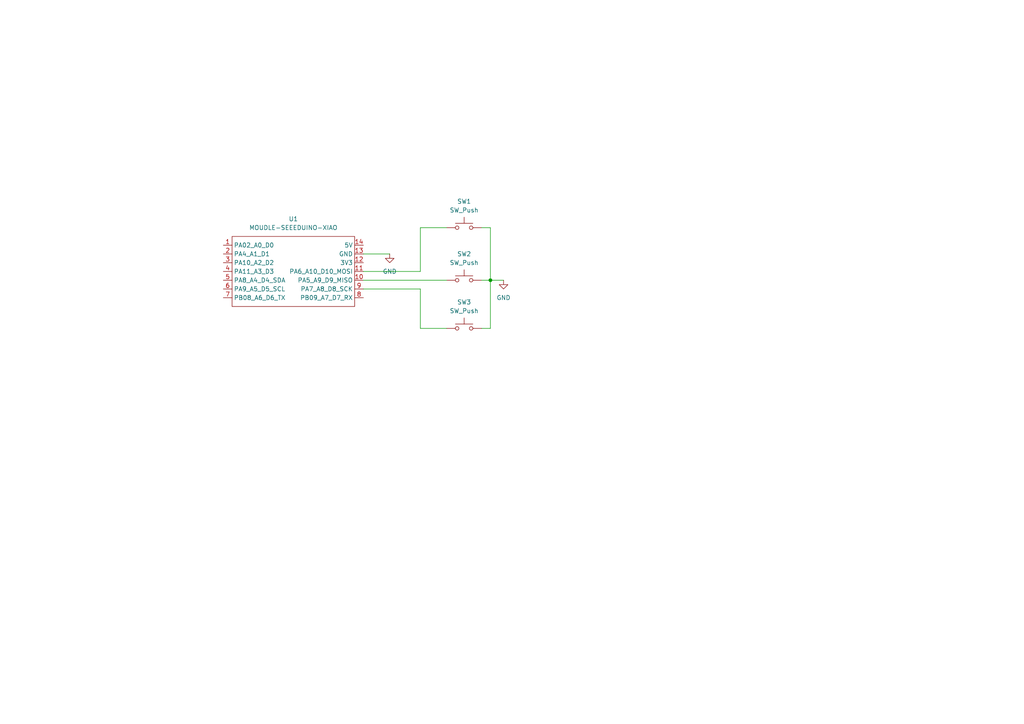
<source format=kicad_sch>
(kicad_sch (version 20231120) (generator "eeschema") (generator_version "8.0")
  (paper "A4")
  (lib_symbols
    (symbol "Switch:SW_Push" (pin_numbers hide) (pin_names (offset 1.016) hide)
      (property "Reference" "SW" (at 1.27 2.54 0))
      (property "Value" "SW_Push" (at 0 -1.524 0))
      (symbol "SW_Push_0_1"
        (circle (center -2.032 0) (radius 0.508))
        (polyline (pts (xy 0 1.27) (xy 0 3.048)))
        (polyline (pts (xy 2.54 1.27) (xy -2.54 1.27)))
        (circle (center 2.032 0) (radius 0.508))
        (pin passive line (at -5.08 0 0) (length 2.54) (name "1") (number "1"))
        (pin passive line (at 5.08 0 180) (length 2.54) (name "2") (number "2"))
      )
    )
    (symbol "XIAO_RP2040:MOUDLE-SEEEDUINO-XIAO"
      (property "Reference" "U" (at -16.51 11.43 0))
      (property "Value" "MOUDLE-SEEEDUINO-XIAO" (at -3.81 -11.43 0))
      (symbol "MOUDLE-SEEEDUINO-XIAO_0_1"
        (rectangle (start -16.51 10.16) (end 19.05 -10.16))
      )
      (symbol "MOUDLE-SEEEDUINO-XIAO_1_1"
        (pin passive line (at -19.05 7.62 0) (length 2.54) (name "PA02_A0_D0") (number "1"))
        (pin passive line (at 21.59 -2.54 180) (length 2.54) (name "PA5_A9_D9_MISO") (number "10"))
        (pin passive line (at 21.59 0 180) (length 2.54) (name "PA6_A10_D10_MOSI") (number "11"))
        (pin passive line (at 21.59 2.54 180) (length 2.54) (name "3V3") (number "12"))
        (pin passive line (at 21.59 5.08 180) (length 2.54) (name "GND") (number "13"))
        (pin passive line (at 21.59 7.62 180) (length 2.54) (name "5V") (number "14"))
        (pin passive line (at -19.05 5.08 0) (length 2.54) (name "PA4_A1_D1") (number "2"))
        (pin passive line (at -19.05 2.54 0) (length 2.54) (name "PA10_A2_D2") (number "3"))
        (pin passive line (at -19.05 0 0) (length 2.54) (name "PA11_A3_D3") (number "4"))
        (pin passive line (at -19.05 -2.54 0) (length 2.54) (name "PA8_A4_D4_SDA") (number "5"))
        (pin passive line (at -19.05 -5.08 0) (length 2.54) (name "PA9_A5_D5_SCL") (number "6"))
        (pin passive line (at -19.05 -7.62 0) (length 2.54) (name "PB08_A6_D6_TX") (number "7"))
        (pin passive line (at 21.59 -7.62 180) (length 2.54) (name "PB09_A7_D7_RX") (number "8"))
        (pin passive line (at 21.59 -5.08 180) (length 2.54) (name "PA7_A8_D8_SCK") (number "9"))
      )
    )
    (symbol "power:GND" (power) (pin_numbers hide) (pin_names (offset 0) hide)
      (property "Value" "GND" (at 0 -3.81 0))
      (symbol "GND_0_1"
        (polyline (pts (xy 0 0) (xy 0 -1.27) (xy 1.27 -1.27) (xy 0 -2.54) (xy -1.27 -1.27) (xy 0 -1.27)))
      )
      (symbol "GND_1_1"
        (pin power_in line (at 0 0 270) (length 0) (name "~") (number "1"))
      )
    )
  )
  (junction (at 142.24 81.28))
  (wire (pts (xy 121.92 95.25) (xy 121.92 83.82)))
  (wire (pts (xy 105.41 83.82) (xy 121.92 83.82)))
  (wire (pts (xy 105.41 81.28) (xy 129.54 81.28)))
  (wire (pts (xy 139.7 66.04) (xy 142.24 66.04)))
  (wire (pts (xy 139.7 95.25) (xy 142.24 95.25)))
  (wire (pts (xy 105.41 78.74) (xy 121.92 78.74)))
  (wire (pts (xy 121.92 66.04) (xy 121.92 78.74)))
  (wire (pts (xy 142.24 66.04) (xy 142.24 81.28)))
  (wire (pts (xy 139.7 81.28) (xy 142.24 81.28)))
  (wire (pts (xy 142.24 81.28) (xy 142.24 95.25)))
  (wire (pts (xy 129.54 95.25) (xy 121.92 95.25)))
  (wire (pts (xy 129.54 66.04) (xy 121.92 66.04)))
  (wire (pts (xy 142.24 81.28) (xy 146.05 81.28)))
  (wire (pts (xy 105.41 73.66) (xy 113.03 73.66)))
  (symbol (lib_id "power:GND") (at 113.03 73.66 0) (unit 1)
    (property "Reference" "#PWR02" (effects (hide yes)))
    (property "Value" "GND" (at 113.03 78.74 0))
    (property "Description" "Power symbol creates a global label with name \"GND\" , ground" (effects (hide yes)))
  )
  (symbol (lib_id "Switch:SW_Push") (at 134.62 66.04 0) (unit 1)
    (property "Reference" "SW1" (at 134.62 58.42 0))
    (property "Value" "SW_Push" (at 134.62 60.96 0))
    (property "Footprint" "Button_Switch_Keyboard:SW_Cherry_MX_1.00u_PCB" (effects (hide yes)))
    (property "Description" "Push button switch, generic, two pins" (effects (hide yes)))
  )
  (symbol (lib_id "power:GND") (at 146.05 81.28 0) (unit 1)
    (property "Reference" "#PWR01" (effects (hide yes)))
    (property "Value" "GND" (at 146.05 86.36 0))
    (property "Description" "Power symbol creates a global label with name \"GND\" , ground" (effects (hide yes)))
  )
  (symbol (lib_id "XIAO_RP2040:MOUDLE-SEEEDUINO-XIAO") (at 83.82 78.74 0) (unit 1)
    (property "Reference" "U1" (at 85.09 63.5 0))
    (property "Value" "MOUDLE-SEEEDUINO-XIAO" (at 85.09 66.04 0))
    (property "Footprint" "footprints:XIAO-Generic-Hybrid-14P-2.54-21X17.8MM" (effects (hide yes)))
  )
  (symbol (lib_id "Switch:SW_Push") (at 134.62 95.25 0) (unit 1)
    (property "Reference" "SW3" (at 134.62 87.63 0))
    (property "Value" "SW_Push" (at 134.62 90.17 0))
    (property "Footprint" "Button_Switch_Keyboard:SW_Cherry_MX_1.00u_PCB" (effects (hide yes)))
    (property "Description" "Push button switch, generic, two pins" (effects (hide yes)))
  )
  (symbol (lib_id "Switch:SW_Push") (at 134.62 81.28 0) (unit 1)
    (property "Reference" "SW2" (at 134.62 73.66 0))
    (property "Value" "SW_Push" (at 134.62 76.2 0))
    (property "Footprint" "Button_Switch_Keyboard:SW_Cherry_MX_1.00u_PCB" (effects (hide yes)))
    (property "Description" "Push button switch, generic, two pins" (effects (hide yes)))
  )
)
</source>
